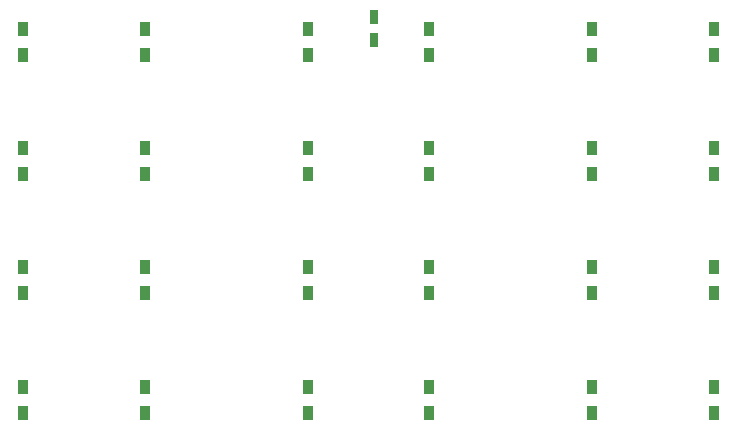
<source format=gbr>
G04 #@! TF.GenerationSoftware,KiCad,Pcbnew,(5.1.4-0-10_14)*
G04 #@! TF.CreationDate,2019-11-08T07:47:01+01:00*
G04 #@! TF.ProjectId,Caution Light Panel,43617574-696f-46e2-904c-696768742050,rev?*
G04 #@! TF.SameCoordinates,Original*
G04 #@! TF.FileFunction,Paste,Top*
G04 #@! TF.FilePolarity,Positive*
%FSLAX46Y46*%
G04 Gerber Fmt 4.6, Leading zero omitted, Abs format (unit mm)*
G04 Created by KiCad (PCBNEW (5.1.4-0-10_14)) date 2019-11-08 07:47:01*
%MOMM*%
%LPD*%
G04 APERTURE LIST*
%ADD10R,0.750000X1.200000*%
%ADD11R,0.900000X1.200000*%
G04 APERTURE END LIST*
D10*
X148080000Y-74690000D03*
X148080000Y-72790000D03*
D11*
X118334600Y-73730400D03*
X118334600Y-75930400D03*
X118334600Y-83830400D03*
X118334600Y-86030400D03*
X118334600Y-93940400D03*
X118334600Y-96140400D03*
X118334600Y-104050400D03*
X118334600Y-106250400D03*
X128644600Y-73730400D03*
X128644600Y-75930400D03*
X128644600Y-83830400D03*
X128644600Y-86030400D03*
X128644600Y-93940400D03*
X128644600Y-96140400D03*
X128644600Y-104050400D03*
X128644600Y-106250400D03*
X142444600Y-73730400D03*
X142444600Y-75930400D03*
X142444600Y-83830400D03*
X142444600Y-86030400D03*
X142444600Y-93940400D03*
X142444600Y-96140400D03*
X142444600Y-104050400D03*
X142444600Y-106250400D03*
X152754600Y-73730400D03*
X152754600Y-75930400D03*
X152754600Y-83830400D03*
X152754600Y-86030400D03*
X152754600Y-93940400D03*
X152754600Y-96140400D03*
X152754600Y-104050400D03*
X152754600Y-106250400D03*
X166544600Y-73730400D03*
X166544600Y-75930400D03*
X166544600Y-83830400D03*
X166544600Y-86030400D03*
X166544600Y-93940400D03*
X166544600Y-96140400D03*
X166544600Y-104050400D03*
X166544600Y-106250400D03*
X176854600Y-73730400D03*
X176854600Y-75930400D03*
X176854600Y-83830400D03*
X176854600Y-86030400D03*
X176854600Y-93940400D03*
X176854600Y-96140400D03*
X176854600Y-104050400D03*
X176854600Y-106250400D03*
M02*

</source>
